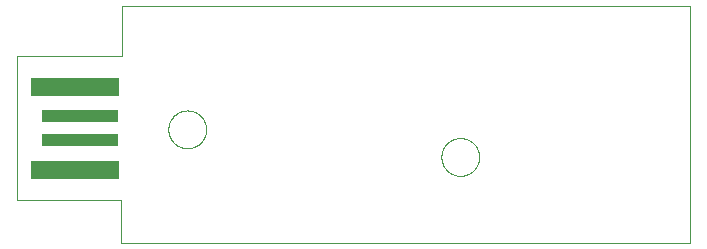
<source format=gbp>
G75*
%MOIN*%
%OFA0B0*%
%FSLAX25Y25*%
%IPPOS*%
%LPD*%
%AMOC8*
5,1,8,0,0,1.08239X$1,22.5*
%
%ADD10C,0.00000*%
%ADD11R,0.29528X0.05906*%
%ADD12R,0.25591X0.03937*%
D10*
X0035742Y0004543D02*
X0225421Y0004380D01*
X0225257Y0083418D01*
X0036116Y0083287D01*
X0035913Y0066626D01*
X0001142Y0066829D01*
X0001000Y0018636D01*
X0035777Y0018636D01*
X0035742Y0004543D01*
X0142509Y0033078D02*
X0142511Y0033236D01*
X0142517Y0033394D01*
X0142527Y0033552D01*
X0142541Y0033710D01*
X0142559Y0033867D01*
X0142580Y0034024D01*
X0142606Y0034180D01*
X0142636Y0034336D01*
X0142669Y0034491D01*
X0142707Y0034644D01*
X0142748Y0034797D01*
X0142793Y0034949D01*
X0142842Y0035100D01*
X0142895Y0035249D01*
X0142951Y0035397D01*
X0143011Y0035543D01*
X0143075Y0035688D01*
X0143143Y0035831D01*
X0143214Y0035973D01*
X0143288Y0036113D01*
X0143366Y0036250D01*
X0143448Y0036386D01*
X0143532Y0036520D01*
X0143621Y0036651D01*
X0143712Y0036780D01*
X0143807Y0036907D01*
X0143904Y0037032D01*
X0144005Y0037154D01*
X0144109Y0037273D01*
X0144216Y0037390D01*
X0144326Y0037504D01*
X0144439Y0037615D01*
X0144554Y0037724D01*
X0144672Y0037829D01*
X0144793Y0037931D01*
X0144916Y0038031D01*
X0145042Y0038127D01*
X0145170Y0038220D01*
X0145300Y0038310D01*
X0145433Y0038396D01*
X0145568Y0038480D01*
X0145704Y0038559D01*
X0145843Y0038636D01*
X0145984Y0038708D01*
X0146126Y0038778D01*
X0146270Y0038843D01*
X0146416Y0038905D01*
X0146563Y0038963D01*
X0146712Y0039018D01*
X0146862Y0039069D01*
X0147013Y0039116D01*
X0147165Y0039159D01*
X0147318Y0039198D01*
X0147473Y0039234D01*
X0147628Y0039265D01*
X0147784Y0039293D01*
X0147940Y0039317D01*
X0148097Y0039337D01*
X0148255Y0039353D01*
X0148412Y0039365D01*
X0148571Y0039373D01*
X0148729Y0039377D01*
X0148887Y0039377D01*
X0149045Y0039373D01*
X0149204Y0039365D01*
X0149361Y0039353D01*
X0149519Y0039337D01*
X0149676Y0039317D01*
X0149832Y0039293D01*
X0149988Y0039265D01*
X0150143Y0039234D01*
X0150298Y0039198D01*
X0150451Y0039159D01*
X0150603Y0039116D01*
X0150754Y0039069D01*
X0150904Y0039018D01*
X0151053Y0038963D01*
X0151200Y0038905D01*
X0151346Y0038843D01*
X0151490Y0038778D01*
X0151632Y0038708D01*
X0151773Y0038636D01*
X0151912Y0038559D01*
X0152048Y0038480D01*
X0152183Y0038396D01*
X0152316Y0038310D01*
X0152446Y0038220D01*
X0152574Y0038127D01*
X0152700Y0038031D01*
X0152823Y0037931D01*
X0152944Y0037829D01*
X0153062Y0037724D01*
X0153177Y0037615D01*
X0153290Y0037504D01*
X0153400Y0037390D01*
X0153507Y0037273D01*
X0153611Y0037154D01*
X0153712Y0037032D01*
X0153809Y0036907D01*
X0153904Y0036780D01*
X0153995Y0036651D01*
X0154084Y0036520D01*
X0154168Y0036386D01*
X0154250Y0036250D01*
X0154328Y0036113D01*
X0154402Y0035973D01*
X0154473Y0035831D01*
X0154541Y0035688D01*
X0154605Y0035543D01*
X0154665Y0035397D01*
X0154721Y0035249D01*
X0154774Y0035100D01*
X0154823Y0034949D01*
X0154868Y0034797D01*
X0154909Y0034644D01*
X0154947Y0034491D01*
X0154980Y0034336D01*
X0155010Y0034180D01*
X0155036Y0034024D01*
X0155057Y0033867D01*
X0155075Y0033710D01*
X0155089Y0033552D01*
X0155099Y0033394D01*
X0155105Y0033236D01*
X0155107Y0033078D01*
X0155105Y0032920D01*
X0155099Y0032762D01*
X0155089Y0032604D01*
X0155075Y0032446D01*
X0155057Y0032289D01*
X0155036Y0032132D01*
X0155010Y0031976D01*
X0154980Y0031820D01*
X0154947Y0031665D01*
X0154909Y0031512D01*
X0154868Y0031359D01*
X0154823Y0031207D01*
X0154774Y0031056D01*
X0154721Y0030907D01*
X0154665Y0030759D01*
X0154605Y0030613D01*
X0154541Y0030468D01*
X0154473Y0030325D01*
X0154402Y0030183D01*
X0154328Y0030043D01*
X0154250Y0029906D01*
X0154168Y0029770D01*
X0154084Y0029636D01*
X0153995Y0029505D01*
X0153904Y0029376D01*
X0153809Y0029249D01*
X0153712Y0029124D01*
X0153611Y0029002D01*
X0153507Y0028883D01*
X0153400Y0028766D01*
X0153290Y0028652D01*
X0153177Y0028541D01*
X0153062Y0028432D01*
X0152944Y0028327D01*
X0152823Y0028225D01*
X0152700Y0028125D01*
X0152574Y0028029D01*
X0152446Y0027936D01*
X0152316Y0027846D01*
X0152183Y0027760D01*
X0152048Y0027676D01*
X0151912Y0027597D01*
X0151773Y0027520D01*
X0151632Y0027448D01*
X0151490Y0027378D01*
X0151346Y0027313D01*
X0151200Y0027251D01*
X0151053Y0027193D01*
X0150904Y0027138D01*
X0150754Y0027087D01*
X0150603Y0027040D01*
X0150451Y0026997D01*
X0150298Y0026958D01*
X0150143Y0026922D01*
X0149988Y0026891D01*
X0149832Y0026863D01*
X0149676Y0026839D01*
X0149519Y0026819D01*
X0149361Y0026803D01*
X0149204Y0026791D01*
X0149045Y0026783D01*
X0148887Y0026779D01*
X0148729Y0026779D01*
X0148571Y0026783D01*
X0148412Y0026791D01*
X0148255Y0026803D01*
X0148097Y0026819D01*
X0147940Y0026839D01*
X0147784Y0026863D01*
X0147628Y0026891D01*
X0147473Y0026922D01*
X0147318Y0026958D01*
X0147165Y0026997D01*
X0147013Y0027040D01*
X0146862Y0027087D01*
X0146712Y0027138D01*
X0146563Y0027193D01*
X0146416Y0027251D01*
X0146270Y0027313D01*
X0146126Y0027378D01*
X0145984Y0027448D01*
X0145843Y0027520D01*
X0145704Y0027597D01*
X0145568Y0027676D01*
X0145433Y0027760D01*
X0145300Y0027846D01*
X0145170Y0027936D01*
X0145042Y0028029D01*
X0144916Y0028125D01*
X0144793Y0028225D01*
X0144672Y0028327D01*
X0144554Y0028432D01*
X0144439Y0028541D01*
X0144326Y0028652D01*
X0144216Y0028766D01*
X0144109Y0028883D01*
X0144005Y0029002D01*
X0143904Y0029124D01*
X0143807Y0029249D01*
X0143712Y0029376D01*
X0143621Y0029505D01*
X0143532Y0029636D01*
X0143448Y0029770D01*
X0143366Y0029906D01*
X0143288Y0030043D01*
X0143214Y0030183D01*
X0143143Y0030325D01*
X0143075Y0030468D01*
X0143011Y0030613D01*
X0142951Y0030759D01*
X0142895Y0030907D01*
X0142842Y0031056D01*
X0142793Y0031207D01*
X0142748Y0031359D01*
X0142707Y0031512D01*
X0142669Y0031665D01*
X0142636Y0031820D01*
X0142606Y0031976D01*
X0142580Y0032132D01*
X0142559Y0032289D01*
X0142541Y0032446D01*
X0142527Y0032604D01*
X0142517Y0032762D01*
X0142511Y0032920D01*
X0142509Y0033078D01*
X0051494Y0042278D02*
X0051496Y0042436D01*
X0051502Y0042594D01*
X0051512Y0042752D01*
X0051526Y0042910D01*
X0051544Y0043067D01*
X0051565Y0043224D01*
X0051591Y0043380D01*
X0051621Y0043536D01*
X0051654Y0043691D01*
X0051692Y0043844D01*
X0051733Y0043997D01*
X0051778Y0044149D01*
X0051827Y0044300D01*
X0051880Y0044449D01*
X0051936Y0044597D01*
X0051996Y0044743D01*
X0052060Y0044888D01*
X0052128Y0045031D01*
X0052199Y0045173D01*
X0052273Y0045313D01*
X0052351Y0045450D01*
X0052433Y0045586D01*
X0052517Y0045720D01*
X0052606Y0045851D01*
X0052697Y0045980D01*
X0052792Y0046107D01*
X0052889Y0046232D01*
X0052990Y0046354D01*
X0053094Y0046473D01*
X0053201Y0046590D01*
X0053311Y0046704D01*
X0053424Y0046815D01*
X0053539Y0046924D01*
X0053657Y0047029D01*
X0053778Y0047131D01*
X0053901Y0047231D01*
X0054027Y0047327D01*
X0054155Y0047420D01*
X0054285Y0047510D01*
X0054418Y0047596D01*
X0054553Y0047680D01*
X0054689Y0047759D01*
X0054828Y0047836D01*
X0054969Y0047908D01*
X0055111Y0047978D01*
X0055255Y0048043D01*
X0055401Y0048105D01*
X0055548Y0048163D01*
X0055697Y0048218D01*
X0055847Y0048269D01*
X0055998Y0048316D01*
X0056150Y0048359D01*
X0056303Y0048398D01*
X0056458Y0048434D01*
X0056613Y0048465D01*
X0056769Y0048493D01*
X0056925Y0048517D01*
X0057082Y0048537D01*
X0057240Y0048553D01*
X0057397Y0048565D01*
X0057556Y0048573D01*
X0057714Y0048577D01*
X0057872Y0048577D01*
X0058030Y0048573D01*
X0058189Y0048565D01*
X0058346Y0048553D01*
X0058504Y0048537D01*
X0058661Y0048517D01*
X0058817Y0048493D01*
X0058973Y0048465D01*
X0059128Y0048434D01*
X0059283Y0048398D01*
X0059436Y0048359D01*
X0059588Y0048316D01*
X0059739Y0048269D01*
X0059889Y0048218D01*
X0060038Y0048163D01*
X0060185Y0048105D01*
X0060331Y0048043D01*
X0060475Y0047978D01*
X0060617Y0047908D01*
X0060758Y0047836D01*
X0060897Y0047759D01*
X0061033Y0047680D01*
X0061168Y0047596D01*
X0061301Y0047510D01*
X0061431Y0047420D01*
X0061559Y0047327D01*
X0061685Y0047231D01*
X0061808Y0047131D01*
X0061929Y0047029D01*
X0062047Y0046924D01*
X0062162Y0046815D01*
X0062275Y0046704D01*
X0062385Y0046590D01*
X0062492Y0046473D01*
X0062596Y0046354D01*
X0062697Y0046232D01*
X0062794Y0046107D01*
X0062889Y0045980D01*
X0062980Y0045851D01*
X0063069Y0045720D01*
X0063153Y0045586D01*
X0063235Y0045450D01*
X0063313Y0045313D01*
X0063387Y0045173D01*
X0063458Y0045031D01*
X0063526Y0044888D01*
X0063590Y0044743D01*
X0063650Y0044597D01*
X0063706Y0044449D01*
X0063759Y0044300D01*
X0063808Y0044149D01*
X0063853Y0043997D01*
X0063894Y0043844D01*
X0063932Y0043691D01*
X0063965Y0043536D01*
X0063995Y0043380D01*
X0064021Y0043224D01*
X0064042Y0043067D01*
X0064060Y0042910D01*
X0064074Y0042752D01*
X0064084Y0042594D01*
X0064090Y0042436D01*
X0064092Y0042278D01*
X0064090Y0042120D01*
X0064084Y0041962D01*
X0064074Y0041804D01*
X0064060Y0041646D01*
X0064042Y0041489D01*
X0064021Y0041332D01*
X0063995Y0041176D01*
X0063965Y0041020D01*
X0063932Y0040865D01*
X0063894Y0040712D01*
X0063853Y0040559D01*
X0063808Y0040407D01*
X0063759Y0040256D01*
X0063706Y0040107D01*
X0063650Y0039959D01*
X0063590Y0039813D01*
X0063526Y0039668D01*
X0063458Y0039525D01*
X0063387Y0039383D01*
X0063313Y0039243D01*
X0063235Y0039106D01*
X0063153Y0038970D01*
X0063069Y0038836D01*
X0062980Y0038705D01*
X0062889Y0038576D01*
X0062794Y0038449D01*
X0062697Y0038324D01*
X0062596Y0038202D01*
X0062492Y0038083D01*
X0062385Y0037966D01*
X0062275Y0037852D01*
X0062162Y0037741D01*
X0062047Y0037632D01*
X0061929Y0037527D01*
X0061808Y0037425D01*
X0061685Y0037325D01*
X0061559Y0037229D01*
X0061431Y0037136D01*
X0061301Y0037046D01*
X0061168Y0036960D01*
X0061033Y0036876D01*
X0060897Y0036797D01*
X0060758Y0036720D01*
X0060617Y0036648D01*
X0060475Y0036578D01*
X0060331Y0036513D01*
X0060185Y0036451D01*
X0060038Y0036393D01*
X0059889Y0036338D01*
X0059739Y0036287D01*
X0059588Y0036240D01*
X0059436Y0036197D01*
X0059283Y0036158D01*
X0059128Y0036122D01*
X0058973Y0036091D01*
X0058817Y0036063D01*
X0058661Y0036039D01*
X0058504Y0036019D01*
X0058346Y0036003D01*
X0058189Y0035991D01*
X0058030Y0035983D01*
X0057872Y0035979D01*
X0057714Y0035979D01*
X0057556Y0035983D01*
X0057397Y0035991D01*
X0057240Y0036003D01*
X0057082Y0036019D01*
X0056925Y0036039D01*
X0056769Y0036063D01*
X0056613Y0036091D01*
X0056458Y0036122D01*
X0056303Y0036158D01*
X0056150Y0036197D01*
X0055998Y0036240D01*
X0055847Y0036287D01*
X0055697Y0036338D01*
X0055548Y0036393D01*
X0055401Y0036451D01*
X0055255Y0036513D01*
X0055111Y0036578D01*
X0054969Y0036648D01*
X0054828Y0036720D01*
X0054689Y0036797D01*
X0054553Y0036876D01*
X0054418Y0036960D01*
X0054285Y0037046D01*
X0054155Y0037136D01*
X0054027Y0037229D01*
X0053901Y0037325D01*
X0053778Y0037425D01*
X0053657Y0037527D01*
X0053539Y0037632D01*
X0053424Y0037741D01*
X0053311Y0037852D01*
X0053201Y0037966D01*
X0053094Y0038083D01*
X0052990Y0038202D01*
X0052889Y0038324D01*
X0052792Y0038449D01*
X0052697Y0038576D01*
X0052606Y0038705D01*
X0052517Y0038836D01*
X0052433Y0038970D01*
X0052351Y0039106D01*
X0052273Y0039243D01*
X0052199Y0039383D01*
X0052128Y0039525D01*
X0052060Y0039668D01*
X0051996Y0039813D01*
X0051936Y0039959D01*
X0051880Y0040107D01*
X0051827Y0040256D01*
X0051778Y0040407D01*
X0051733Y0040559D01*
X0051692Y0040712D01*
X0051654Y0040865D01*
X0051621Y0041020D01*
X0051591Y0041176D01*
X0051565Y0041332D01*
X0051544Y0041489D01*
X0051526Y0041646D01*
X0051512Y0041804D01*
X0051502Y0041962D01*
X0051496Y0042120D01*
X0051494Y0042278D01*
D11*
X0020223Y0028856D03*
X0020223Y0056415D03*
D12*
X0022192Y0046573D03*
X0022192Y0038699D03*
M02*

</source>
